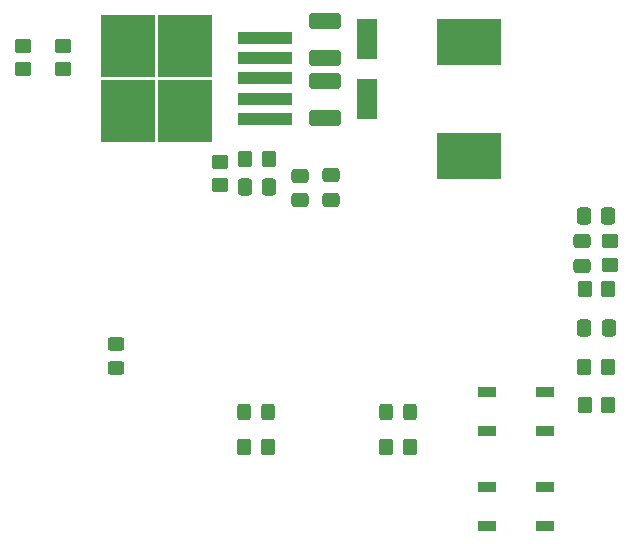
<source format=gtp>
G04 #@! TF.GenerationSoftware,KiCad,Pcbnew,(6.0.7)*
G04 #@! TF.CreationDate,2023-08-07T05:57:35+10:00*
G04 #@! TF.ProjectId,RPI,5250492e-6b69-4636-9164-5f7063625858,2.12*
G04 #@! TF.SameCoordinates,Original*
G04 #@! TF.FileFunction,Paste,Top*
G04 #@! TF.FilePolarity,Positive*
%FSLAX46Y46*%
G04 Gerber Fmt 4.6, Leading zero omitted, Abs format (unit mm)*
G04 Created by KiCad (PCBNEW (6.0.7)) date 2023-08-07 05:57:35*
%MOMM*%
%LPD*%
G01*
G04 APERTURE LIST*
G04 Aperture macros list*
%AMRoundRect*
0 Rectangle with rounded corners*
0 $1 Rounding radius*
0 $2 $3 $4 $5 $6 $7 $8 $9 X,Y pos of 4 corners*
0 Add a 4 corners polygon primitive as box body*
4,1,4,$2,$3,$4,$5,$6,$7,$8,$9,$2,$3,0*
0 Add four circle primitives for the rounded corners*
1,1,$1+$1,$2,$3*
1,1,$1+$1,$4,$5*
1,1,$1+$1,$6,$7*
1,1,$1+$1,$8,$9*
0 Add four rect primitives between the rounded corners*
20,1,$1+$1,$2,$3,$4,$5,0*
20,1,$1+$1,$4,$5,$6,$7,0*
20,1,$1+$1,$6,$7,$8,$9,0*
20,1,$1+$1,$8,$9,$2,$3,0*%
G04 Aperture macros list end*
%ADD10RoundRect,0.250000X0.350000X0.450000X-0.350000X0.450000X-0.350000X-0.450000X0.350000X-0.450000X0*%
%ADD11R,4.550000X5.250000*%
%ADD12R,4.600000X1.100000*%
%ADD13RoundRect,0.250000X-0.450000X0.325000X-0.450000X-0.325000X0.450000X-0.325000X0.450000X0.325000X0*%
%ADD14RoundRect,0.250000X0.337500X0.475000X-0.337500X0.475000X-0.337500X-0.475000X0.337500X-0.475000X0*%
%ADD15RoundRect,0.250000X-0.350000X-0.450000X0.350000X-0.450000X0.350000X0.450000X-0.350000X0.450000X0*%
%ADD16R,1.500000X0.900000*%
%ADD17R,5.400000X4.000000*%
%ADD18RoundRect,0.250000X-0.475000X0.337500X-0.475000X-0.337500X0.475000X-0.337500X0.475000X0.337500X0*%
%ADD19RoundRect,0.250000X1.100000X-0.412500X1.100000X0.412500X-1.100000X0.412500X-1.100000X-0.412500X0*%
%ADD20RoundRect,0.250000X0.325000X0.450000X-0.325000X0.450000X-0.325000X-0.450000X0.325000X-0.450000X0*%
%ADD21RoundRect,0.250000X0.450000X-0.350000X0.450000X0.350000X-0.450000X0.350000X-0.450000X-0.350000X0*%
%ADD22RoundRect,0.250000X-0.337500X-0.475000X0.337500X-0.475000X0.337500X0.475000X-0.337500X0.475000X0*%
%ADD23RoundRect,0.250000X-0.450000X0.350000X-0.450000X-0.350000X0.450000X-0.350000X0.450000X0.350000X0*%
%ADD24R,1.800000X3.500000*%
%ADD25RoundRect,0.250000X0.475000X-0.337500X0.475000X0.337500X-0.475000X0.337500X-0.475000X-0.337500X0*%
G04 APERTURE END LIST*
D10*
X142000000Y-88000000D03*
X140000000Y-88000000D03*
D11*
X123018498Y-54006287D03*
X118168498Y-59556287D03*
X118168498Y-54006287D03*
X123018498Y-59556287D03*
D12*
X129743498Y-60181287D03*
X129743498Y-58481287D03*
X129743498Y-56781287D03*
X129743498Y-55081287D03*
X129743498Y-53381287D03*
D13*
X117156137Y-79271995D03*
X117156137Y-81321995D03*
D14*
X158809314Y-68466446D03*
X156734314Y-68466446D03*
D15*
X156803699Y-81221472D03*
X158803699Y-81221472D03*
D10*
X158825507Y-74590609D03*
X156825507Y-74590609D03*
D16*
X148550000Y-83350000D03*
X148550000Y-86650000D03*
X153450000Y-86650000D03*
X153450000Y-83350000D03*
D17*
X147011263Y-53657857D03*
X147011263Y-63357857D03*
D18*
X132750000Y-65000000D03*
X132750000Y-67075000D03*
D19*
X134874000Y-55029500D03*
X134874000Y-51904500D03*
D20*
X130025000Y-85000000D03*
X127975000Y-85000000D03*
D10*
X130000000Y-88000000D03*
X128000000Y-88000000D03*
D21*
X158976510Y-72578299D03*
X158976510Y-70578299D03*
D22*
X128060662Y-66000000D03*
X130135662Y-66000000D03*
D23*
X112625000Y-54000000D03*
X112625000Y-56000000D03*
D21*
X125943737Y-65817671D03*
X125943737Y-63817671D03*
D20*
X142025000Y-85000000D03*
X139975000Y-85000000D03*
D24*
X138430000Y-58481600D03*
X138430000Y-53481600D03*
D19*
X134874000Y-60109500D03*
X134874000Y-56984500D03*
D16*
X148550000Y-91350000D03*
X148550000Y-94650000D03*
X153450000Y-94650000D03*
X153450000Y-91350000D03*
D23*
X109296824Y-54000000D03*
X109296824Y-56000000D03*
D22*
X156797957Y-77944431D03*
X158872957Y-77944431D03*
D18*
X135326228Y-64981794D03*
X135326228Y-67056794D03*
D25*
X156619695Y-72623629D03*
X156619695Y-70548629D03*
D10*
X158810399Y-84437912D03*
X156810399Y-84437912D03*
D15*
X128068979Y-63563219D03*
X130068979Y-63563219D03*
M02*

</source>
